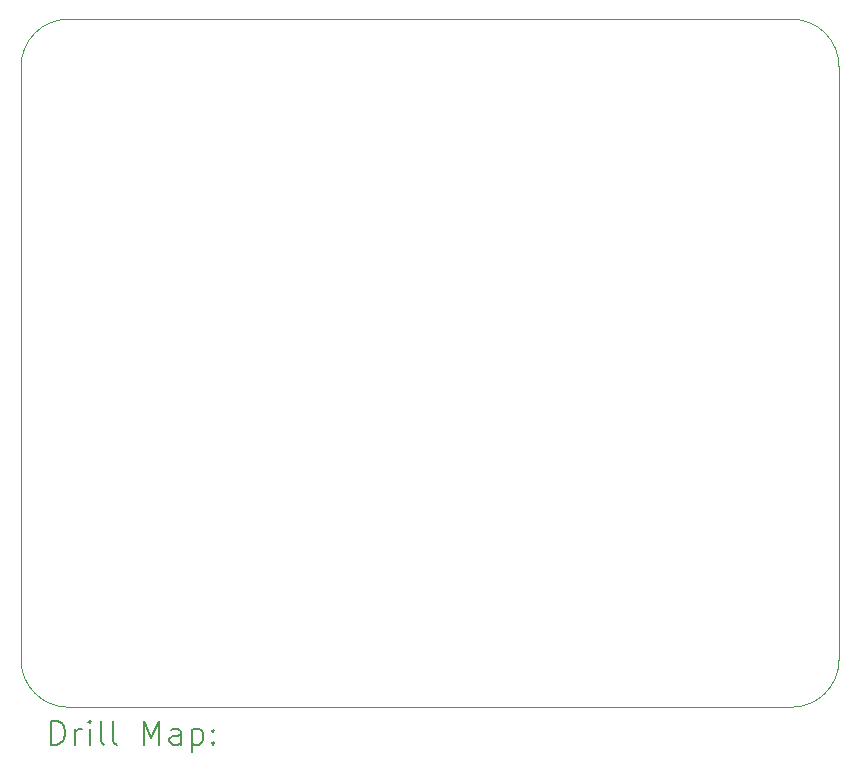
<source format=gbr>
%TF.GenerationSoftware,KiCad,Pcbnew,8.0.5*%
%TF.CreationDate,2025-05-09T00:03:27-04:00*%
%TF.ProjectId,precharge-electrium-f24,70726563-6861-4726-9765-2d656c656374,rev?*%
%TF.SameCoordinates,Original*%
%TF.FileFunction,Drillmap*%
%TF.FilePolarity,Positive*%
%FSLAX45Y45*%
G04 Gerber Fmt 4.5, Leading zero omitted, Abs format (unit mm)*
G04 Created by KiCad (PCBNEW 8.0.5) date 2025-05-09 00:03:27*
%MOMM*%
%LPD*%
G01*
G04 APERTURE LIST*
%ADD10C,0.100000*%
%ADD11C,0.200000*%
G04 APERTURE END LIST*
D10*
X11500000Y-9100000D02*
G75*
G02*
X11900000Y-8700000I400000J0D01*
G01*
X18025000Y-8700000D02*
G75*
G02*
X18425000Y-9100000I0J-400000D01*
G01*
X18425000Y-14125000D02*
G75*
G02*
X18025000Y-14525000I-400000J0D01*
G01*
X18425000Y-9100000D02*
X18425000Y-14125000D01*
X11900000Y-14525000D02*
G75*
G02*
X11500000Y-14125000I0J400000D01*
G01*
X18025000Y-14525000D02*
X11900000Y-14525000D01*
X11900000Y-8700000D02*
X18025000Y-8700000D01*
X11500000Y-14125000D02*
X11500000Y-9100000D01*
D11*
X11755777Y-14841484D02*
X11755777Y-14641484D01*
X11755777Y-14641484D02*
X11803396Y-14641484D01*
X11803396Y-14641484D02*
X11831967Y-14651008D01*
X11831967Y-14651008D02*
X11851015Y-14670055D01*
X11851015Y-14670055D02*
X11860539Y-14689103D01*
X11860539Y-14689103D02*
X11870062Y-14727198D01*
X11870062Y-14727198D02*
X11870062Y-14755769D01*
X11870062Y-14755769D02*
X11860539Y-14793865D01*
X11860539Y-14793865D02*
X11851015Y-14812912D01*
X11851015Y-14812912D02*
X11831967Y-14831960D01*
X11831967Y-14831960D02*
X11803396Y-14841484D01*
X11803396Y-14841484D02*
X11755777Y-14841484D01*
X11955777Y-14841484D02*
X11955777Y-14708150D01*
X11955777Y-14746246D02*
X11965301Y-14727198D01*
X11965301Y-14727198D02*
X11974824Y-14717674D01*
X11974824Y-14717674D02*
X11993872Y-14708150D01*
X11993872Y-14708150D02*
X12012920Y-14708150D01*
X12079586Y-14841484D02*
X12079586Y-14708150D01*
X12079586Y-14641484D02*
X12070062Y-14651008D01*
X12070062Y-14651008D02*
X12079586Y-14660531D01*
X12079586Y-14660531D02*
X12089110Y-14651008D01*
X12089110Y-14651008D02*
X12079586Y-14641484D01*
X12079586Y-14641484D02*
X12079586Y-14660531D01*
X12203396Y-14841484D02*
X12184348Y-14831960D01*
X12184348Y-14831960D02*
X12174824Y-14812912D01*
X12174824Y-14812912D02*
X12174824Y-14641484D01*
X12308158Y-14841484D02*
X12289110Y-14831960D01*
X12289110Y-14831960D02*
X12279586Y-14812912D01*
X12279586Y-14812912D02*
X12279586Y-14641484D01*
X12536729Y-14841484D02*
X12536729Y-14641484D01*
X12536729Y-14641484D02*
X12603396Y-14784341D01*
X12603396Y-14784341D02*
X12670062Y-14641484D01*
X12670062Y-14641484D02*
X12670062Y-14841484D01*
X12851015Y-14841484D02*
X12851015Y-14736722D01*
X12851015Y-14736722D02*
X12841491Y-14717674D01*
X12841491Y-14717674D02*
X12822443Y-14708150D01*
X12822443Y-14708150D02*
X12784348Y-14708150D01*
X12784348Y-14708150D02*
X12765301Y-14717674D01*
X12851015Y-14831960D02*
X12831967Y-14841484D01*
X12831967Y-14841484D02*
X12784348Y-14841484D01*
X12784348Y-14841484D02*
X12765301Y-14831960D01*
X12765301Y-14831960D02*
X12755777Y-14812912D01*
X12755777Y-14812912D02*
X12755777Y-14793865D01*
X12755777Y-14793865D02*
X12765301Y-14774817D01*
X12765301Y-14774817D02*
X12784348Y-14765293D01*
X12784348Y-14765293D02*
X12831967Y-14765293D01*
X12831967Y-14765293D02*
X12851015Y-14755769D01*
X12946253Y-14708150D02*
X12946253Y-14908150D01*
X12946253Y-14717674D02*
X12965301Y-14708150D01*
X12965301Y-14708150D02*
X13003396Y-14708150D01*
X13003396Y-14708150D02*
X13022443Y-14717674D01*
X13022443Y-14717674D02*
X13031967Y-14727198D01*
X13031967Y-14727198D02*
X13041491Y-14746246D01*
X13041491Y-14746246D02*
X13041491Y-14803388D01*
X13041491Y-14803388D02*
X13031967Y-14822436D01*
X13031967Y-14822436D02*
X13022443Y-14831960D01*
X13022443Y-14831960D02*
X13003396Y-14841484D01*
X13003396Y-14841484D02*
X12965301Y-14841484D01*
X12965301Y-14841484D02*
X12946253Y-14831960D01*
X13127205Y-14822436D02*
X13136729Y-14831960D01*
X13136729Y-14831960D02*
X13127205Y-14841484D01*
X13127205Y-14841484D02*
X13117682Y-14831960D01*
X13117682Y-14831960D02*
X13127205Y-14822436D01*
X13127205Y-14822436D02*
X13127205Y-14841484D01*
X13127205Y-14717674D02*
X13136729Y-14727198D01*
X13136729Y-14727198D02*
X13127205Y-14736722D01*
X13127205Y-14736722D02*
X13117682Y-14727198D01*
X13117682Y-14727198D02*
X13127205Y-14717674D01*
X13127205Y-14717674D02*
X13127205Y-14736722D01*
M02*

</source>
